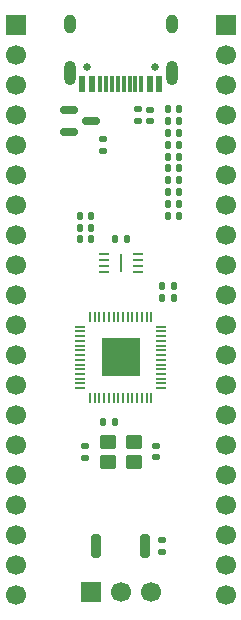
<source format=gbr>
%TF.GenerationSoftware,KiCad,Pcbnew,9.0.6*%
%TF.CreationDate,2025-11-29T15:25:02+01:00*%
%TF.ProjectId,rp2040-dev-board,72703230-3430-42d6-9465-762d626f6172,rev?*%
%TF.SameCoordinates,Original*%
%TF.FileFunction,Soldermask,Top*%
%TF.FilePolarity,Negative*%
%FSLAX46Y46*%
G04 Gerber Fmt 4.6, Leading zero omitted, Abs format (unit mm)*
G04 Created by KiCad (PCBNEW 9.0.6) date 2025-11-29 15:25:02*
%MOMM*%
%LPD*%
G01*
G04 APERTURE LIST*
G04 Aperture macros list*
%AMRoundRect*
0 Rectangle with rounded corners*
0 $1 Rounding radius*
0 $2 $3 $4 $5 $6 $7 $8 $9 X,Y pos of 4 corners*
0 Add a 4 corners polygon primitive as box body*
4,1,4,$2,$3,$4,$5,$6,$7,$8,$9,$2,$3,0*
0 Add four circle primitives for the rounded corners*
1,1,$1+$1,$2,$3*
1,1,$1+$1,$4,$5*
1,1,$1+$1,$6,$7*
1,1,$1+$1,$8,$9*
0 Add four rect primitives between the rounded corners*
20,1,$1+$1,$2,$3,$4,$5,0*
20,1,$1+$1,$4,$5,$6,$7,0*
20,1,$1+$1,$6,$7,$8,$9,0*
20,1,$1+$1,$8,$9,$2,$3,0*%
G04 Aperture macros list end*
%ADD10C,0.650000*%
%ADD11R,0.600000X1.450000*%
%ADD12R,0.300000X1.450000*%
%ADD13O,1.000000X2.100000*%
%ADD14O,1.000000X1.600000*%
%ADD15RoundRect,0.135000X0.135000X0.185000X-0.135000X0.185000X-0.135000X-0.185000X0.135000X-0.185000X0*%
%ADD16RoundRect,0.140000X0.140000X0.170000X-0.140000X0.170000X-0.140000X-0.170000X0.140000X-0.170000X0*%
%ADD17R,1.700000X1.700000*%
%ADD18C,1.700000*%
%ADD19RoundRect,0.135000X0.185000X-0.135000X0.185000X0.135000X-0.185000X0.135000X-0.185000X-0.135000X0*%
%ADD20RoundRect,0.140000X-0.170000X0.140000X-0.170000X-0.140000X0.170000X-0.140000X0.170000X0.140000X0*%
%ADD21RoundRect,0.150000X-0.587500X-0.150000X0.587500X-0.150000X0.587500X0.150000X-0.587500X0.150000X0*%
%ADD22RoundRect,0.062500X-0.387500X-0.062500X0.387500X-0.062500X0.387500X0.062500X-0.387500X0.062500X0*%
%ADD23R,0.200000X1.600000*%
%ADD24RoundRect,0.135000X-0.135000X-0.185000X0.135000X-0.185000X0.135000X0.185000X-0.135000X0.185000X0*%
%ADD25RoundRect,0.050000X-0.387500X-0.050000X0.387500X-0.050000X0.387500X0.050000X-0.387500X0.050000X0*%
%ADD26RoundRect,0.050000X-0.050000X-0.387500X0.050000X-0.387500X0.050000X0.387500X-0.050000X0.387500X0*%
%ADD27R,3.200000X3.200000*%
%ADD28RoundRect,0.135000X-0.185000X0.135000X-0.185000X-0.135000X0.185000X-0.135000X0.185000X0.135000X0*%
%ADD29RoundRect,0.140000X0.170000X-0.140000X0.170000X0.140000X-0.170000X0.140000X-0.170000X-0.140000X0*%
%ADD30RoundRect,0.250000X-0.450000X-0.350000X0.450000X-0.350000X0.450000X0.350000X-0.450000X0.350000X0*%
%ADD31RoundRect,0.200000X-0.200000X-0.800000X0.200000X-0.800000X0.200000X0.800000X-0.200000X0.800000X0*%
G04 APERTURE END LIST*
D10*
%TO.C,J1*%
X133890000Y-66400000D03*
X128110000Y-66400000D03*
D11*
X134250000Y-67845000D03*
X133450000Y-67845000D03*
D12*
X132250000Y-67845000D03*
X131250000Y-67845000D03*
X130750000Y-67845000D03*
X129750000Y-67845000D03*
D11*
X128550000Y-67845000D03*
X127750000Y-67845000D03*
X127750000Y-67845000D03*
X128550000Y-67845000D03*
D12*
X129250000Y-67845000D03*
X130250000Y-67845000D03*
X131750000Y-67845000D03*
X132750000Y-67845000D03*
D11*
X133450000Y-67845000D03*
X134250000Y-67845000D03*
D13*
X135320000Y-66930000D03*
D14*
X135320000Y-62750000D03*
D13*
X126680000Y-66930000D03*
D14*
X126680000Y-62750000D03*
%TD*%
D15*
%TO.C,R4*%
X135510000Y-85970000D03*
X134490000Y-85970000D03*
%TD*%
D16*
%TO.C,C14*%
X135960000Y-70000000D03*
X135000000Y-70000000D03*
%TD*%
%TO.C,C1*%
X135960000Y-74000000D03*
X135000000Y-74000000D03*
%TD*%
D17*
%TO.C,J4*%
X128460000Y-110890000D03*
D18*
X131000000Y-110890000D03*
X133540000Y-110890000D03*
%TD*%
D19*
%TO.C,R1*%
X132500000Y-71010000D03*
X132500000Y-69990000D03*
%TD*%
%TO.C,R7*%
X134500000Y-107510000D03*
X134500000Y-106490000D03*
%TD*%
D16*
%TO.C,C5*%
X135960000Y-77000000D03*
X135000000Y-77000000D03*
%TD*%
D20*
%TO.C,C13*%
X133500000Y-70020000D03*
X133500000Y-70980000D03*
%TD*%
D21*
%TO.C,U2*%
X126625000Y-70050000D03*
X126625000Y-71950000D03*
X128500000Y-71000000D03*
%TD*%
D16*
%TO.C,C4*%
X135960000Y-71000000D03*
X135000000Y-71000000D03*
%TD*%
D22*
%TO.C,U3*%
X129575000Y-82250000D03*
X129575000Y-82750000D03*
X129575000Y-83250000D03*
X129575000Y-83750000D03*
X132425000Y-83750000D03*
X132425000Y-83250000D03*
X132425000Y-82750000D03*
X132425000Y-82250000D03*
D23*
X131000000Y-83000000D03*
%TD*%
D15*
%TO.C,R6*%
X131510000Y-81000000D03*
X130490000Y-81000000D03*
%TD*%
%TO.C,R3*%
X135510000Y-84970000D03*
X134490000Y-84970000D03*
%TD*%
D24*
%TO.C,R5*%
X129490000Y-96500000D03*
X130510000Y-96500000D03*
%TD*%
D16*
%TO.C,C2*%
X135960000Y-73030000D03*
X135000000Y-73030000D03*
%TD*%
%TO.C,C9*%
X135940000Y-79000000D03*
X134980000Y-79000000D03*
%TD*%
D17*
%TO.C,J2*%
X122120000Y-62870000D03*
D18*
X122120000Y-65410000D03*
X122120000Y-67950000D03*
X122120000Y-70490000D03*
X122120000Y-73030000D03*
X122120000Y-75570000D03*
X122120000Y-78110000D03*
X122120000Y-80650000D03*
X122120000Y-83190000D03*
X122120000Y-85730000D03*
X122120000Y-88270000D03*
X122120000Y-90810000D03*
X122120000Y-93350000D03*
X122120000Y-95890000D03*
X122120000Y-98430000D03*
X122120000Y-100970000D03*
X122120000Y-103510000D03*
X122120000Y-106050000D03*
X122120000Y-108590000D03*
X122120000Y-111130000D03*
%TD*%
D16*
%TO.C,C6*%
X135960000Y-76000000D03*
X135000000Y-76000000D03*
%TD*%
%TO.C,C12*%
X128480000Y-79000000D03*
X127520000Y-79000000D03*
%TD*%
D25*
%TO.C,U1*%
X127562500Y-88400000D03*
X127562500Y-88800000D03*
X127562500Y-89200000D03*
X127562500Y-89600000D03*
X127562500Y-90000000D03*
X127562500Y-90400000D03*
X127562500Y-90800000D03*
X127562500Y-91200000D03*
X127562500Y-91600000D03*
X127562500Y-92000000D03*
X127562500Y-92400000D03*
X127562500Y-92800000D03*
X127562500Y-93200000D03*
X127562500Y-93600000D03*
D26*
X128400000Y-94437500D03*
X128800000Y-94437500D03*
X129200000Y-94437500D03*
X129600000Y-94437500D03*
X130000000Y-94437500D03*
X130400000Y-94437500D03*
X130800000Y-94437500D03*
X131200000Y-94437500D03*
X131600000Y-94437500D03*
X132000000Y-94437500D03*
X132400000Y-94437500D03*
X132800000Y-94437500D03*
X133200000Y-94437500D03*
X133600000Y-94437500D03*
D25*
X134437500Y-93600000D03*
X134437500Y-93200000D03*
X134437500Y-92800000D03*
X134437500Y-92400000D03*
X134437500Y-92000000D03*
X134437500Y-91600000D03*
X134437500Y-91200000D03*
X134437500Y-90800000D03*
X134437500Y-90400000D03*
X134437500Y-90000000D03*
X134437500Y-89600000D03*
X134437500Y-89200000D03*
X134437500Y-88800000D03*
X134437500Y-88400000D03*
D26*
X133600000Y-87562500D03*
X133200000Y-87562500D03*
X132800000Y-87562500D03*
X132400000Y-87562500D03*
X132000000Y-87562500D03*
X131600000Y-87562500D03*
X131200000Y-87562500D03*
X130800000Y-87562500D03*
X130400000Y-87562500D03*
X130000000Y-87562500D03*
X129600000Y-87562500D03*
X129200000Y-87562500D03*
X128800000Y-87562500D03*
X128400000Y-87562500D03*
D27*
X131000000Y-91000000D03*
%TD*%
D16*
%TO.C,C7*%
X135960000Y-75000000D03*
X135000000Y-75000000D03*
%TD*%
D28*
%TO.C,R2*%
X129500000Y-72490000D03*
X129500000Y-73510000D03*
%TD*%
D16*
%TO.C,C8*%
X135960000Y-78000000D03*
X135000000Y-78000000D03*
%TD*%
D29*
%TO.C,C16*%
X128000000Y-99480000D03*
X128000000Y-98520000D03*
%TD*%
D30*
%TO.C,Y1*%
X129900000Y-99850000D03*
X132100000Y-99850000D03*
X132100000Y-98150000D03*
X129900000Y-98150000D03*
%TD*%
D31*
%TO.C,SW1*%
X128900000Y-107000000D03*
X133100000Y-107000000D03*
%TD*%
D16*
%TO.C,C3*%
X135960000Y-72000000D03*
X135000000Y-72000000D03*
%TD*%
%TO.C,C10*%
X128480000Y-81000000D03*
X127520000Y-81000000D03*
%TD*%
%TO.C,C11*%
X128480000Y-80000000D03*
X127520000Y-80000000D03*
%TD*%
D17*
%TO.C,J3*%
X139890000Y-62870000D03*
D18*
X139890000Y-65410000D03*
X139890000Y-67950000D03*
X139890000Y-70490000D03*
X139890000Y-73030000D03*
X139890000Y-75570000D03*
X139890000Y-78110000D03*
X139890000Y-80650000D03*
X139890000Y-83190000D03*
X139890000Y-85730000D03*
X139890000Y-88270000D03*
X139890000Y-90810000D03*
X139890000Y-93350000D03*
X139890000Y-95890000D03*
X139890000Y-98430000D03*
X139890000Y-100970000D03*
X139890000Y-103510000D03*
X139890000Y-106050000D03*
X139890000Y-108590000D03*
X139890000Y-111130000D03*
%TD*%
D29*
%TO.C,C15*%
X134000000Y-99460000D03*
X134000000Y-98500000D03*
%TD*%
M02*

</source>
